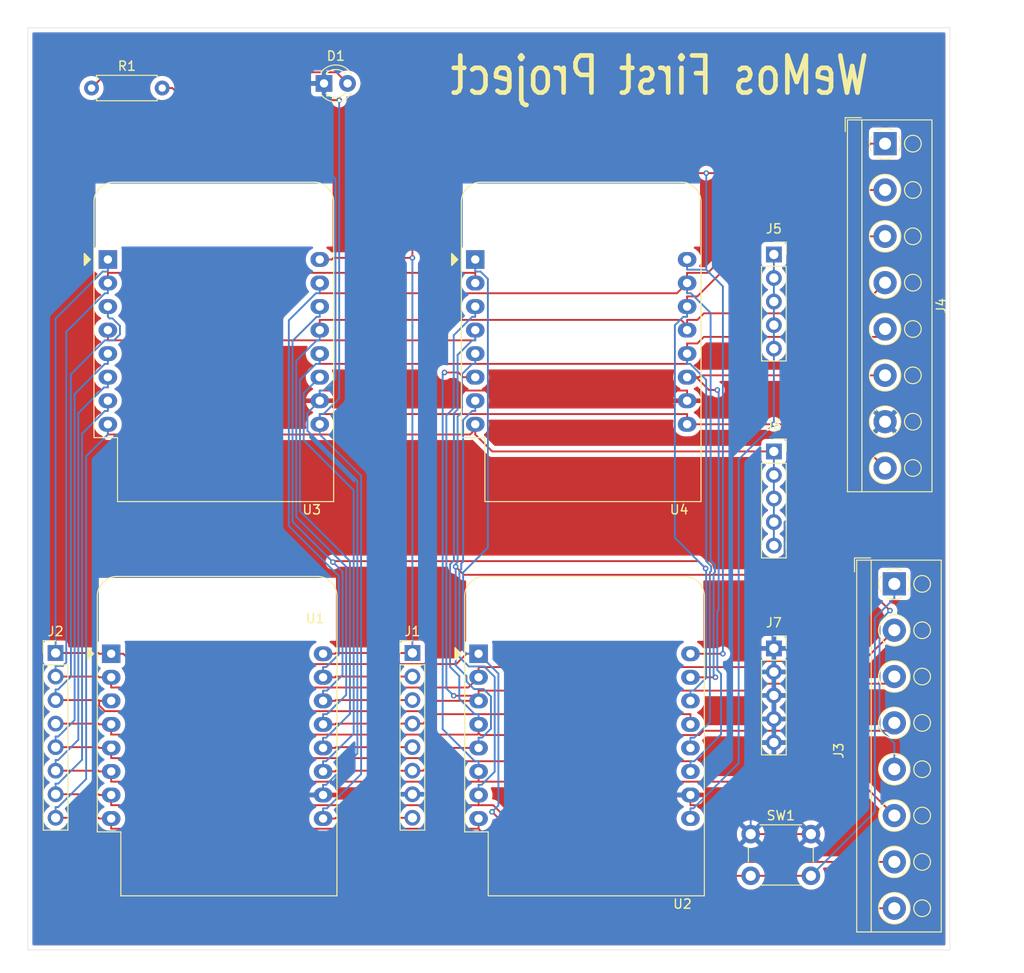
<source format=kicad_pcb>
(kicad_pcb (version 20240108) (generator "pcbnew") (generator_version "8.0")
  (layers (0 "F.Cu" signal) (31 "B.Cu" signal) (34 "B.Paste" user) (35 "F.Paste" user) (36 "B.SilkS" user "B.Silkscreen") (37 "F.SilkS" user "F.Silkscreen") (38 "B.Mask" user) (39 "F.Mask" user) (44 "Edge.Cuts" user))
  (net 0 "")
  (net 1 "Net-(D1-A)")
  (net 2 "GND")
  (net 3 "Net-(J1-Pin_4)")
  (net 4 "Net-(J1-Pin_8)")
  (net 5 "Net-(J1-Pin_3)")
  (net 6 "Net-(J1-Pin_2)")
  (net 7 "Net-(J1-Pin_6)")
  (net 8 "Net-(J1-Pin_5)")
  (net 9 "Net-(J1-Pin_1)")
  (net 10 "Net-(J2-Pin_6)")
  (net 11 "Net-(J2-Pin_7)")
  (net 12 "Net-(J2-Pin_1)")
  (net 13 "Net-(J2-Pin_2)")
  (net 14 "Net-(J2-Pin_5)")
  (net 15 "Net-(J2-Pin_3)")
  (net 16 "Net-(J2-Pin_4)")
  (net 17 "Net-(J2-Pin_8)")
  (footprint "LED_THT:LED_D3.0mm" (layer "F.Cu") (at 132.46 55.5)
    (property "Reference" "D1")
    (property "Value" "LED")
  )
  (footprint "RF_Module:WEMOS_D1_mini_light" (layer "F.Cu") (at 149.14 117.04)
    (property "Reference" "U2")
    (property "Value" "WEMOS_D1_mini")
  )
  (footprint "TerminalBlock_RND:TerminalBlock_RND_205-00007_1x08_P5.00mm_Horizontal" (layer "F.Cu") (at 193 62 -90)
    (property "Reference" "J4")
    (property "Value" "Conn_01x08_Pin R")
  )
  (footprint "RF_Module:WEMOS_D1_mini_light" (layer "F.Cu") (at 109.14 74.5)
    (property "Reference" "U3")
    (property "Value" "WEMOS_D1_mini")
  )
  (footprint "RF_Module:WEMOS_D1_mini_light" (layer "F.Cu") (at 148.78 74.5)
    (property "Reference" "U4")
    (property "Value" "WEMOS_D1_mini")
  )
  (footprint "Connector_PinHeader_2.54mm:PinHeader_1x08_P2.54mm_Vertical" (layer "F.Cu") (at 103.5 116.96)
    (property "Reference" "J2")
    (property "Value" "Conn_01x08_Pin L")
  )
  (footprint "Button_Switch_THT:SW_PUSH_6mm_H5mm" (layer "F.Cu") (at 178.5 136.5)
    (property "Reference" "SW1")
    (property "Value" "SW_Push")
  )
  (footprint "Connector_PinSocket_2.54mm:PinSocket_1x05_P2.54mm_Vertical" (layer "F.Cu") (at 181 116.46)
    (property "Reference" "J7")
    (property "Value" "Conn_01x05_Pin Gnd")
  )
  (footprint "Connector_PinSocket_2.54mm:PinSocket_1x05_P2.54mm_Vertical" (layer "F.Cu") (at 181 73.96)
    (property "Reference" "J5")
    (property "Value" "Conn_01x05_Pin 5V")
  )
  (footprint "Resistor_THT:R_Axial_DIN0207_L6.3mm_D2.5mm_P7.62mm_Horizontal" (layer "F.Cu") (at 107.38 56)
    (property "Reference" "R1")
    (property "Value" "R")
  )
  (footprint "TerminalBlock_RND:TerminalBlock_RND_205-00007_1x08_P5.00mm_Horizontal" (layer "F.Cu") (at 194 109.5 -90)
    (property "Reference" "J3")
    (property "Value" "Conn_01x08_Pin L")
  )
  (footprint "Connector_PinSocket_2.54mm:PinSocket_1x05_P2.54mm_Vertical" (layer "F.Cu") (at 181 95.21)
    (property "Reference" "J6")
    (property "Value" "Conn_01x05_Pin 3.3V")
  )
  (footprint "RF_Module:WEMOS_D1_mini_light" (layer "F.Cu") (at 109.5 117.04)
    (property "Reference" "U1")
    (property "Value" "WEMOS_D1_mini")
  )
  (footprint "Connector_PinHeader_2.54mm:PinHeader_1x08_P2.54mm_Vertical" (layer "F.Cu") (at 142 116.96)
    (property "Reference" "J1")
    (property "Value" "Conn_01x08_Pin R")
  )
  (gr_rect (start 100.5 49.5) (end 200 149) (stroke (width 0.05)) (fill none) (layer "Edge.Cuts"))
  (gr_text "WeMos First Project" (at 191.5 57 0) (layer "F.SilkS") (effects (font (size 4 3) (thickness 0.5) (bold yes)) (justify left bottom mirror)))
  (segment (start 133.7983 54.2983) (end 135 55.5) (width 0.2) (layer "F.Cu") (net 1))
  (segment (start 109.0817 54.2983) (end 133.7983 54.2983) (width 0.2) (layer "F.Cu") (net 1))
  (segment (start 107.38 56) (end 109.0817 54.2983) (width 0.2) (layer "F.Cu") (net 1))
  (segment (start 175.3817 133.3817) (end 172 133.3817) (width 0.2) (layer "F.Cu") (net 2))
  (segment (start 172 132.28) (end 172 133.3817) (width 0.2) (layer "F.Cu") (net 2))
  (segment (start 171.64 88.6383) (end 132 88.6383) (width 0.2) (layer "F.Cu") (net 2))
  (segment (start 132 89.74) (end 132 88.6383) (width 0.2) (layer "F.Cu") (net 2))
  (segment (start 185 136.5) (end 178.5 136.5) (width 0.2) (layer "F.Cu") (net 2))
  (segment (start 133.7417 132.2) (end 142 132.2) (width 0.2) (layer "F.Cu") (net 2))
  (segment (start 193 92) (end 190.74 89.74) (width 0.2) (layer "F.Cu") (net 2))
  (segment (start 133.6617 132.28) (end 133.7417 132.2) (width 0.2) (layer "F.Cu") (net 2))
  (segment (start 171.64 89.74) (end 171.64 88.6383) (width 0.2) (layer "F.Cu") (net 2))
  (segment (start 190.74 89.74) (end 171.64 89.74) (width 0.2) (layer "F.Cu") (net 2))
  (segment (start 132.36 132.28) (end 133.6617 132.28) (width 0.2) (layer "F.Cu") (net 2))
  (segment (start 178.5 136.5) (end 175.3817 133.3817) (width 0.2) (layer "F.Cu") (net 2))
  (segment (start 130.6707 92.98) (end 130.6707 91.0693) (width 0.2) (layer "B.Cu") (net 2))
  (segment (start 132.6883 131.1783) (end 136.0622 127.8044) (width 0.2) (layer "B.Cu") (net 2))
  (segment (start 136.0622 98.3715) (end 130.6707 92.98) (width 0.2) (layer "B.Cu") (net 2))
  (segment (start 132.4131 88.6383) (end 133.6988 87.3526) (width 0.2) (layer "B.Cu") (net 2))
  (segment (start 136.0622 127.8044) (end 136.0622 98.3715) (width 0.2) (layer "B.Cu") (net 2))
  (segment (start 182.1517 102.8483) (end 193 92) (width 0.2) (layer "B.Cu") (net 2))
  (segment (start 133.6988 65.7864) (end 132.46 64.5476) (width 0.2) (layer "B.Cu") (net 2))
  (segment (start 132 88.6383) (end 132.4131 88.6383) (width 0.2) (layer "B.Cu") (net 2))
  (segment (start 132 89.2064) (end 132 88.6383) (width 0.2) (layer "B.Cu") (net 2))
  (segment (start 181 124.08) (end 181 121.54) (width 0.2) (layer "B.Cu") (net 2))
  (segment (start 133.6988 87.3526) (end 133.6988 65.7864) (width 0.2) (layer "B.Cu") (net 2))
  (segment (start 181 116.46) (end 181 115.3083) (width 0.2) (layer "B.Cu") (net 2))
  (segment (start 182.1517 114.1566) (end 182.1517 102.8483) (width 0.2) (layer "B.Cu") (net 2))
  (segment (start 181 126.62) (end 181 127.7717) (width 0.2) (layer "B.Cu") (net 2))
  (segment (start 132 89.2064) (end 132 89.2957) (width 0.2) (layer "B.Cu") (net 2))
  (segment (start 132.36 132.28) (end 132.36 131.1783) (width 0.2) (layer "B.Cu") (net 2))
  (segment (start 132 89.6289) (end 132 89.74) (width 0.2) (layer "B.Cu") (net 2))
  (segment (start 181 126.62) (end 181 124.08) (width 0.2) (layer "B.Cu") (net 2))
  (segment (start 130.6707 91.0693) (end 132 89.74) (width 0.2) (layer "B.Cu") (net 2))
  (segment (start 132.36 131.1783) (end 132.6883 131.1783) (width 0.2) (layer "B.Cu") (net 2))
  (segment (start 181 121.54) (end 181 119) (width 0.2) (layer "B.Cu") (net 2))
  (segment (start 181 115.3083) (end 182.1517 114.1566) (width 0.2) (layer "B.Cu") (net 2))
  (segment (start 132.46 64.5476) (end 132.46 55.5) (width 0.2) (layer "B.Cu") (net 2))
  (segment (start 181 127.7717) (end 178.5 130.2717) (width 0.2) (layer "B.Cu") (net 2))
  (segment (start 181 119) (end 181 116.46) (width 0.2) (layer "B.Cu") (net 2))
  (segment (start 132 89.6289) (end 132 89.2957) (width 0.2) (layer "B.Cu") (net 2))
  (segment (start 178.5 130.2717) (end 178.5 136.5) (width 0.2) (layer "B.Cu") (net 2))
  (segment (start 171.64 82.12) (end 171.64 81.67) (width 0.2) (layer "F.Cu") (net 3))
  (segment (start 144.1734 123.5583) (end 172 123.5583) (width 0.2) (layer "F.Cu") (net 3))
  (segment (start 173.45 80.31) (end 172.7417 81.0183) (width 0.2) (layer "F.Cu") (net 3))
  (segment (start 170.9883 81.0183) (end 171.64 81.67) (width 0.2) (layer "F.Cu") (net 3))
  (segment (start 143.1517 124.58) (end 144.1734 123.5583) (width 0.2) (layer "F.Cu") (net 3))
  (segment (start 193 77) (end 189.69 80.31) (width 0.2) (layer "F.Cu") (net 3))
  (segment (start 132 81.0183) (end 170.9883 81.0183) (width 0.2) (layer "F.Cu") (net 3))
  (segment (start 189.69 80.31) (end 173.45 80.31) (width 0.2) (layer "F.Cu") (net 3))
  (segment (start 132 82.12) (end 132 81.0183) (width 0.2) (layer "F.Cu") (net 3))
  (segment (start 142 124.58) (end 143.1517 124.58) (width 0.2) (layer "F.Cu") (net 3))
  (segment (start 132.36 124.66) (end 133.6617 124.66) (width 0.2) (layer "F.Cu") (net 3))
  (segment (start 172.7417 81.0183) (end 171.64 81.0183) (width 0.2) (layer "F.Cu") (net 3))
  (segment (start 133.6617 124.66) (end 133.7417 124.58) (width 0.2) (layer "F.Cu") (net 3))
  (segment (start 171.64 81.67) (end 171.64 81.0183) (width 0.2) (layer "F.Cu") (net 3))
  (segment (start 133.7417 124.58) (end 142 124.58) (width 0.2) (layer "F.Cu") (net 3))
  (segment (start 172 124.66) (end 172 123.5583) (width 0.2) (layer "F.Cu") (net 3))
  (segment (start 129.4656 102.264) (end 129.4656 85.4298) (width 0.2) (layer "B.Cu") (net 3))
  (segment (start 131.6737 83.2217) (end 132 83.2217) (width 0.2) (layer "B.Cu") (net 3))
  (segment (start 134.8571 121.4743) (end 134.8571 107.6555) (width 0.2) (layer "B.Cu") (net 3))
  (segment (start 132 82.12) (end 132 83.2217) (width 0.2) (layer "B.Cu") (net 3))
  (segment (start 132.36 124.66) (end 132.36 123.5583) (width 0.2) (layer "B.Cu") (net 3))
  (segment (start 132.36 123.5583) (end 132.7731 123.5583) (width 0.2) (layer "B.Cu") (net 3))
  (segment (start 134.8571 107.6555) (end 129.4656 102.264) (width 0.2) (layer "B.Cu") (net 3))
  (segment (start 132.7731 123.5583) (end 134.8571 121.4743) (width 0.2) (layer "B.Cu") (net 3))
  (segment (start 129.4656 85.4298) (end 131.6737 83.2217) (width 0.2) (layer "B.Cu") (net 3))
  (segment (start 116.1017 56) (end 117.3994 57.2977) (width 0.2) (layer "F.Cu") (net 4))
  (segment (start 133.7417 134.74) (end 142 134.74) (width 0.2) (layer "F.Cu") (net 4))
  (segment (start 115 56) (end 116.1017 56) (width 0.2) (layer "F.Cu") (net 4))
  (segment (start 133.6617 134.82) (end 133.7417 134.74) (width 0.2) (layer "F.Cu") (net 4))
  (segment (start 132 92.28) (end 132 91.1783) (width 0.2) (layer "F.Cu") (net 4))
  (segment (start 117.3994 57.2977) (end 134.1005 57.2977) (width 0.2) (layer "F.Cu") (net 4))
  (segment (start 132.36 134.82) (end 133.6617 134.82) (width 0.2) (layer "F.Cu") (net 4))
  (segment (start 188.28 92.28) (end 193 97) (width 0.2) (layer "F.Cu") (net 4))
  (segment (start 171.64 92.28) (end 181 92.28) (width 0.2) (layer "F.Cu") (net 4))
  (segment (start 181 92.28) (end 188.28 92.28) (width 0.2) (layer "F.Cu") (net 4))
  (segment (start 132 91.1783) (end 171.64 91.1783) (width 0.2) (layer "F.Cu") (net 4))
  (segment (start 171.64 92.28) (end 171.64 91.1783) (width 0.2) (layer "F.Cu") (net 4))
  (via (at 181 92.28) (size 0.6) (drill 0.3) (layers "F.Cu" "B.Cu") (net 4))
  (via (at 134.1005 57.2977) (size 0.6) (drill 0.3) (layers "F.Cu" "B.Cu") (net 4))
  (segment (start 181 76.5) (end 181 73.96) (width 0.2) (layer "B.Cu") (net 4))
  (segment (start 181 84.12) (end 181 81.58) (width 0.2) (layer "B.Cu") (net 4))
  (segment (start 132 91.7464) (end 132 92.28) (width 0.2) (layer "B.Cu") (net 4))
  (segment (start 132 93.3817) (end 136.4639 97.8456) (width 0.2) (layer "B.Cu") (net 4))
  (segment (start 181 81.58) (end 181 79.04) (width 0.2) (layer "B.Cu") (net 4))
  (segment (start 181 84.12) (end 181 92.28) (width 0.2) (layer "B.Cu") (net 4))
  (segment (start 181 92.28) (end 177.1998 96.0802) (width 0.2) (layer "B.Cu") (net 4))
  (segment (start 177.1998 96.0802) (end 177.1998 128.8468) (width 0.2) (layer "B.Cu") (net 4))
  (segment (start 181 79.04) (end 181 76.5) (width 0.2) (layer "B.Cu") (net 4))
  (segment (start 177.1998 128.8468) (end 172.3283 133.7183) (width 0.2) (layer "B.Cu") (net 4))
  (segment (start 136.4639 97.8456) (end 136.4639 130.0275) (width 0.2) (layer "B.Cu") (net 4))
  (segment (start 172 134.82) (end 172 133.7183) (width 0.2) (layer "B.Cu") (net 4))
  (segment (start 132 91.1783) (end 132.4131 91.1783) (width 0.2) (layer "B.Cu") (net 4))
  (segment (start 136.4639 130.0275) (end 132.7731 133.7183) (width 0.2) (layer "B.Cu") (net 4))
  (segment (start 132 91.7464) (end 132 91.1783) (width 0.2) (layer "B.Cu") (net 4))
  (segment (start 172.3283 133.7183) (end 172 133.7183) (width 0.2) (layer "B.Cu") (net 4))
  (segment (start 134.1005 89.4909) (end 134.1005 57.2977) (width 0.2) (layer "B.Cu") (net 4))
  (segment (start 132 92.28) (end 132 93.3817) (width 0.2) (layer "B.Cu") (net 4))
  (segment (start 132.4131 91.1783) (end 134.1005 89.4909) (width 0.2) (layer "B.Cu") (net 4))
  (segment (start 132.7731 133.7183) (end 132.36 133.7183) (width 0.2) (layer "B.Cu") (net 4))
  (segment (start 132.36 134.82) (end 132.36 133.7183) (width 0.2) (layer "B.Cu") (net 4))
  (segment (start 193 72) (end 179.22 72) (width 0.2) (layer "F.Cu") (net 5))
  (segment (start 172.8445 107.0473) (end 173.6373 107.8401) (width 0.2) (layer "F.Cu") (net 5))
  (segment (start 132.36 122.12) (end 133.6617 122.12) (width 0.2) (layer "F.Cu") (net 5))
  (segment (start 133.4238 107.1516) (end 133.5281 107.0473) (width 0.2) (layer "F.Cu") (net 5))
  (segment (start 133.5281 107.0473) (end 172.8445 107.0473) (width 0.2) (layer "F.Cu") (net 5))
  (segment (start 179.22 72) (end 172.7417 78.4783) (width 0.2) (layer "F.Cu") (net 5))
  (segment (start 171.64 79.58) (end 171.64 78.4783) (width 0.2) (layer "F.Cu") (net 5))
  (segment (start 133.7417 122.04) (end 142 122.04) (width 0.2) (layer "F.Cu") (net 5))
  (segment (start 133.6617 122.12) (end 133.7417 122.04) (width 0.2) (layer "F.Cu") (net 5))
  (segment (start 172.7417 78.4783) (end 171.64 78.4783) (width 0.2) (layer "F.Cu") (net 5))
  (via (at 133.4238 107.1516) (size 0.6) (drill 0.3) (layers "F.Cu" "B.Cu") (net 5))
  (via (at 173.6373 107.8401) (size 0.6) (drill 0.3) (layers "F.Cu" "B.Cu") (net 5))
  (segment (start 173.6937 119.6529) (end 173.6937 107.8965) (width 0.2) (layer "B.Cu") (net 5))
  (segment (start 134.4554 119.336) (end 134.4554 108.1832) (width 0.2) (layer "B.Cu") (net 5))
  (segment (start 173.6937 107.8965) (end 173.6373 107.8401) (width 0.2) (layer "B.Cu") (net 5))
  (segment (start 172 122.12) (end 172 121.0183) (width 0.2) (layer "B.Cu") (net 5))
  (segment (start 134.4554 108.1832) (end 133.4238 107.1516) (width 0.2) (layer "B.Cu") (net 5))
  (segment (start 129.0639 83.2895) (end 131.6717 80.6817) (width 0.2) (layer "B.Cu") (net 5))
  (segment (start 132.7731 121.0183) (end 134.4554 119.336) (width 0.2) (layer "B.Cu") (net 5))
  (segment (start 171.2269 80.6817) (end 170.3196 81.589) (width 0.2) (layer "B.Cu") (net 5))
  (segment (start 129.0639 102.7917) (end 129.0639 83.2895) (width 0.2) (layer "B.Cu") (net 5))
  (segment (start 132 79.58) (end 132 80.6817) (width 0.2) (layer "B.Cu") (net 5))
  (segment (start 170.3196 81.589) (end 170.3196 104.5224) (width 0.2) (layer "B.Cu") (net 5))
  (segment (start 133.4238 107.1516) (end 129.0639 102.7917) (width 0.2) (layer "B.Cu") (net 5))
  (segment (start 172.3283 121.0183) (end 173.6937 119.6529) (width 0.2) (layer "B.Cu") (net 5))
  (segment (start 132.36 122.12) (end 132.36 121.0183) (width 0.2) (layer "B.Cu") (net 5))
  (segment (start 131.6717 80.6817) (end 132 80.6817) (width 0.2) (layer "B.Cu") (net 5))
  (segment (start 172 121.0183) (end 172.3283 121.0183) (width 0.2) (layer "B.Cu") (net 5))
  (segment (start 171.64 79.58) (end 171.64 80.6817) (width 0.2) (layer "B.Cu") (net 5))
  (segment (start 170.3196 104.5224) (end 173.6373 107.8401) (width 0.2) (layer "B.Cu") (net 5))
  (segment (start 132.36 121.0183) (end 132.7731 121.0183) (width 0.2) (layer "B.Cu") (net 5))
  (segment (start 171.64 80.6817) (end 171.2269 80.6817) (width 0.2) (layer "B.Cu") (net 5))
  (segment (start 170.5383 78.1417) (end 171.64 77.04) (width 0.2) (layer "F.Cu") (net 6))
  (segment (start 171.64 75.9383) (end 173.8775 75.9383) (width 0.2) (layer "F.Cu") (net 6))
  (segment (start 182.8158 67) (end 193 67) (width 0.2) (layer "F.Cu") (net 6))
  (segment (start 133.6617 119.58) (end 133.7417 119.5) (width 0.2) (layer "F.Cu") (net 6))
  (segment (start 132 78.1417) (end 170.5383 78.1417) (width 0.2) (layer "F.Cu") (net 6))
  (segment (start 171.64 76.0391) (end 171.64 75.9398) (width 0.2) (layer "F.Cu") (net 6))
  (segment (start 171.64 77.04) (end 171.64 76.0391) (width 0.2) (layer "F.Cu") (net 6))
  (segment (start 132 77.04) (end 132 78.1417) (width 0.2) (layer "F.Cu") (net 6))
  (segment (start 132.36 119.58) (end 133.6617 119.58) (width 0.2) (layer "F.Cu") (net 6))
  (segment (start 173.8775 75.9383) (end 182.8158 67) (width 0.2) (layer "F.Cu") (net 6))
  (segment (start 171.64 75.9398) (end 171.64 75.9383) (width 0.2) (layer "F.Cu") (net 6))
  (segment (start 172 119.58) (end 174.6972 119.58) (width 0.2) (layer "F.Cu") (net 6))
  (segment (start 133.7417 119.5) (end 142 119.5) (width 0.2) (layer "F.Cu") (net 6))
  (via (at 174.6972 119.58) (size 0.6) (drill 0.3) (layers "F.Cu" "B.Cu") (net 6))
  (segment (start 132.36 119.58) (end 132.36 118.4783) (width 0.2) (layer "B.Cu") (net 6))
  (segment (start 171.64 77.04) (end 171.64 78.1417) (width 0.2) (layer "B.Cu") (net 6))
  (segment (start 134.0534 117.1132) (end 132.6883 118.4783) (width 0.2) (layer "B.Cu") (net 6))
  (segment (start 174.1742 80.2628) (end 172.0531 78.1417) (width 0.2) (layer "B.Cu") (net 6))
  (segment (start 174.6407 108.2572) (end 174.6407 107.4246) (width 0.2) (layer "B.Cu") (net 6))
  (segment (start 174.4973 112.3198) (end 174.4973 108.4006) (width 0.2) (layer "B.Cu") (net 6))
  (segment (start 174.4971 119.3799) (end 174.4971 112.32) (width 0.2) (layer "B.Cu") (net 6))
  (segment (start 128.6622 81.0664) (end 128.6622 103.2554) (width 0.2) (layer "B.Cu") (net 6))
  (segment (start 132.6883 118.4783) (end 132.36 118.4783) (width 0.2) (layer "B.Cu") (net 6))
  (segment (start 128.6622 103.2554) (end 134.0534 108.6466) (width 0.2) (layer "B.Cu") (net 6))
  (segment (start 174.6407 107.4246) (end 174.1742 106.9581) (width 0.2) (layer "B.Cu") (net 6))
  (segment (start 174.6972 119.58) (end 174.4971 119.3799) (width 0.2) (layer "B.Cu") (net 6))
  (segment (start 134.0534 108.6466) (end 134.0534 117.1132) (width 0.2) (layer "B.Cu") (net 6))
  (segment (start 174.1742 106.9581) (end 174.1742 80.2628) (width 0.2) (layer "B.Cu") (net 6))
  (segment (start 174.4971 112.32) (end 174.4973 112.3198) (width 0.2) (layer "B.Cu") (net 6))
  (segment (start 174.4973 108.4006) (end 174.6407 108.2572) (width 0.2) (layer "B.Cu") (net 6))
  (segment (start 132 78.1417) (end 131.5869 78.1417) (width 0.2) (layer "B.Cu") (net 6))
  (segment (start 172.0531 78.1417) (end 171.64 78.1417) (width 0.2) (layer "B.Cu") (net 6))
  (segment (start 131.5869 78.1417) (end 128.6622 81.0664) (width 0.2) (layer "B.Cu") (net 6))
  (segment (start 132 77.04) (end 132 78.1417) (width 0.2) (layer "B.Cu") (net 6))
  (segment (start 133.7417 129.66) (end 133.6617 129.74) (width 0.2) (layer "F.Cu") (net 7))
  (segment (start 172 129.74) (end 172 128.6383) (width 0.2) (layer "F.Cu") (net 7))
  (segment (start 172.2909 87.2) (end 171.64 87.2) (width 0.2) (layer "F.Cu") (net 7))
  (segment (start 173.1417 87) (end 172.9417 87.2) (width 0.2) (layer "F.Cu") (net 7))
  (segment (start 172.6163 87.2) (end 173.9961 88.5798) (width 0.2) (layer "F.Cu") (net 7))
  (segment (start 132.36 129.74) (end 133.6617 129.74) (width 0.2) (layer "F.Cu") (net 7))
  (segment (start 142 129.66) (end 133.7417 129.66) (width 0.2) (layer "F.Cu") (net 7))
  (segment (start 173.9961 88.5798) (end 174.8988 88.5798) (width 0.2) (layer "F.Cu") (net 7))
  (segment (start 193 87) (end 173.1417 87) (width 0.2) (layer "F.Cu") (net 7))
  (segment (start 172 128.6383) (end 144.1734 128.6383) (width 0.2) (layer "F.Cu") (net 7))
  (segment (start 144.1734 128.6383) (end 143.1517 129.66) (width 0.2) (layer "F.Cu") (net 7))
  (segment (start 172.2909 87.2) (end 172.6163 87.2) (width 0.2) (layer "F.Cu") (net 7))
  (segment (start 172.6163 87.2) (end 172.9417 87.2) (width 0.2) (layer "F.Cu") (net 7))
  (segment (start 142 129.66) (end 143.1517 129.66) (width 0.2) (layer "F.Cu") (net 7))
  (via (at 174.8988 88.5798) (size 0.6) (drill 0.3) (layers "F.Cu" "B.Cu") (net 7))
  (segment (start 174.8988 118.8132) (end 174.8988 112.4863) (width 0.2) (layer "B.Cu") (net 7))
  (segment (start 175.0424 112.3427) (end 175.0424 88.7234) (width 0.2) (layer "B.Cu") (net 7))
  (segment (start 175.2989 125.7525) (end 175.2989 119.2133) (width 0.2) (layer "B.Cu") (net 7))
  (segment (start 132.6863 128.6383) (end 135.6605 125.6641) (width 0.2) (layer "B.Cu") (net 7))
  (segment (start 172 129.74) (end 172 128.6383) (width 0.2) (layer "B.Cu") (net 7))
  (segment (start 135.6605 99.3974) (end 130.269 94.0059) (width 0.2) (layer "B.Cu") (net 7))
  (segment (start 172 128.6383) (end 172.4131 128.6383) (width 0.2) (layer "B.Cu") (net 7))
  (segment (start 172.4131 128.6383) (end 175.2989 125.7525) (width 0.2) (layer "B.Cu") (net 7))
  (segment (start 135.6605 125.6641) (end 135.6605 99.3974) (width 0.2) (layer "B.Cu") (net 7))
  (segment (start 175.2989 119.2133) (end 174.8988 118.8132) (width 0.2) (layer "B.Cu") (net 7))
  (segment (start 175.0424 88.7234) (end 174.8988 88.5798) (width 0.2) (layer "B.Cu") (net 7))
  (segment (start 132.36 128.6383) (end 132.6863 128.6383) (width 0.2) (layer "B.Cu") (net 7))
  (segment (start 130.269 88.931) (end 132 87.2) (width 0.2) (layer "B.Cu") (net 7))
  (segment (start 174.8988 112.4863) (end 175.0424 112.3427) (width 0.2) (layer "B.Cu") (net 7))
  (segment (start 132.36 129.74) (end 132.36 128.6383) (width 0.2) (layer "B.Cu") (net 7))
  (segment (start 130.269 94.0059) (end 130.269 88.931) (width 0.2) (layer "B.Cu") (net 7))
  (segment (start 132.36 127.2) (end 133.6617 127.2) (width 0.2) (layer "F.Cu") (net 8))
  (segment (start 171.64 84.21) (end 171.64 84.66) (width 0.2) (layer "F.Cu") (net 8))
  (segment (start 172.7417 83.5583) (end 171.64 83.5583) (width 0.2) (layer "F.Cu") (net 8))
  (segment (start 133.7417 127.12) (end 142 127.12) (width 0.2) (layer "F.Cu") (net 8))
  (segment (start 171.64 85.7617) (end 132 85.7617) (width 0.2) (layer "F.Cu") (net 8))
  (segment (start 173.45 82.85) (end 172.7417 83.5583) (width 0.2) (layer "F.Cu") (net 8))
  (segment (start 192.15 82.85) (end 173.45 82.85) (width 0.2) (layer "F.Cu") (net 8))
  (segment (start 171.64 84.21) (end 171.64 83.5583) (width 0.2) (layer "F.Cu") (net 8))
  (segment (start 133.6617 127.2) (end 133.7417 127.12) (width 0.2) (layer "F.Cu") (net 8))
  (segment (start 132 84.66) (end 132 85.7617) (width 0.2) (layer "F.Cu") (net 8))
  (segment (start 171.64 84.66) (end 171.64 85.7617) (width 0.2) (layer "F.Cu") (net 8))
  (segment (start 193 82) (end 192.15 82.85) (width 0.2) (layer "F.Cu") (net 8))
  (segment (start 174.239 108.0909) (end 174.239 107.5909) (width 0.2) (layer "B.Cu") (net 8))
  (segment (start 132 84.66) (end 132 85.7617) (width 0.2) (layer "B.Cu") (net 8))
  (segment (start 174.0954 108.2345) (end 174.239 108.0909) (width 0.2) (layer "B.Cu") (net 8))
  (segment (start 173.8864 107.2384) (end 173.6937 107.0457) (width 0.2) (layer "B.Cu") (net 8))
  (segment (start 174.239 107.5909) (end 173.8865 107.2384) (width 0.2) (layer "B.Cu") (net 8))
  (segment (start 173.8865 107.2384) (end 173.8864 107.2384) (width 0.2) (layer "B.Cu") (net 8))
  (segment (start 129.8673 101.6439) (end 129.8673 87.4833) (width 0.2) (layer "B.Cu") (net 8))
  (segment (start 171.9684 85.7617) (end 171.64 85.7617) (width 0.2) (layer "B.Cu") (net 8))
  (segment (start 132.36 126.0983) (end 132.6863 126.0983) (width 0.2) (layer "B.Cu") (net 8))
  (segment (start 174.0954 124.416) (end 174.0954 108.2345) (width 0.2) (layer "B.Cu") (net 8))
  (segment (start 172 126.0983) (end 172.4131 126.0983) (width 0.2) (layer "B.Cu") (net 8))
  (segment (start 135.2588 107.0354) (end 129.8673 101.6439) (width 0.2) (layer "B.Cu") (net 8))
  (segment (start 129.8673 87.4833) (end 131.5889 85.7617) (width 0.2) (layer "B.Cu") (net 8))
  (segment (start 132.36 127.2) (end 132.36 126.0983) (width 0.2) (layer "B.Cu") (net 8))
  (segment (start 131.5889 85.7617) (end 132 85.7617) (width 0.2) (layer "B.Cu") (net 8))
  (segment (start 172.4131 126.0983) (end 174.0954 124.416) (width 0.2) (layer "B.Cu") (net 8))
  (segment (start 171.64 84.66) (end 171.64 85.7617) (width 0.2) (layer "B.Cu") (net 8))
  (segment (start 173.6937 107.0457) (end 173.6937 87.487) (width 0.2) (layer "B.Cu") (net 8))
  (segment (start 173.6937 87.487) (end 171.9684 85.7617) (width 0.2) (layer "B.Cu") (net 8))
  (segment (start 135.2588 123.5258) (end 135.2588 107.0354) (width 0.2) (layer "B.Cu") (net 8))
  (segment (start 172 127.2) (end 172 126.0983) (width 0.2) (layer "B.Cu") (net 8))
  (segment (start 132.6863 126.0983) (end 135.2588 123.5258) (width 0.2) (layer "B.Cu") (net 8))
  (segment (start 173.7067 65.1802) (end 148.0771 65.1802) (width 0.2) (layer "F.Cu") (net 9))
  (segment (start 142 71.2573) (end 142 74.3238) (width 0.2) (layer "F.Cu") (net 9))
  (segment (start 133.7417 116.96) (end 142 116.96) (width 0.2) (layer "F.Cu") (net 9))
  (segment (start 148.0771 65.1802) (end 142 71.2573) (width 0.2) (layer "F.Cu") (net 9))
  (segment (start 133.4779 74.3238) (end 142 74.3238) (width 0.2) (layer "F.Cu") (net 9))
  (segment (start 191.4483 62) (end 188.2681 65.1802) (width 0.2) (layer "F.Cu") (net 9))
  (segment (start 132 74.5) (end 133.3017 74.5) (width 0.2) (layer "F.Cu") (net 9))
  (segment (start 133.3017 74.5) (end 133.4779 74.3238) (width 0.2) (layer "F.Cu") (net 9))
  (segment (start 172 117.04) (end 175.5006 117.04) (width 0.2) (layer "F.Cu") (net 9))
  (segment (start 133.6617 117.04) (end 133.7417 116.96) (width 0.2) (layer "F.Cu") (net 9))
  (segment (start 132.36 117.04) (end 133.6617 117.04) (width 0.2) (layer "F.Cu") (net 9))
  (segment (start 193 62) (end 191.4483 62) (width 0.2) (layer "F.Cu") (net 9))
  (segment (start 188.2681 65.1802) (end 173.7067 65.1802) (width 0.2) (layer "F.Cu") (net 9))
  (via (at 175.5006 117.04) (size 0.6) (drill 0.3) (layers "F.Cu" "B.Cu") (net 9))
  (via (at 173.7067 65.1802) (size 0.6) (drill 0.3) (layers "F.Cu" "B.Cu") (net 9))
  (via (at 142 74.3238) (size 0.6) (drill 0.3) (layers "F.Cu" "B.Cu") (net 9))
  (segment (start 173.7067 75.6017) (end 175.5006 77.3956) (width 0.2) (layer "B.Cu") (net 9))
  (segment (start 142 116.96) (end 142 74.3238) (width 0.2) (layer "B.Cu") (net 9))
  (segment (start 171.64 74.5) (end 171.64 75.6017) (width 0.2) (layer "B.Cu") (net 9))
  (segment (start 173.7067 75.6017) (end 173.7067 65.1802) (width 0.2) (layer "B.Cu") (net 9))
  (segment (start 175.5006 77.3956) (end 175.5006 117.04) (width 0.2) (layer "B.Cu") (net 9))
  (segment (start 173.7067 75.6017) (end 171.64 75.6017) (width 0.2) (layer "B.Cu") (net 9))
  (segment (start 108.9664 129.74) (end 108.1983 129.74) (width 0.2) (layer "F.Cu") (net 10))
  (segment (start 108.9664 129.74) (end 109.5 129.74) (width 0.2) (layer "F.Cu") (net 10))
  (segment (start 149.14 130.8417) (end 109.5 130.8417) (width 0.2) (layer "F.Cu") (net 10))
  (segment (start 108.1183 129.66) (end 108.1983 129.74) (width 0.2) (layer "F.Cu") (net 10))
  (segment (start 147.4783 87.2) (end 146.9689 86.6906) (width 0.2) (layer "F.Cu") (net 10))
  (segment (start 103.5 129.66) (end 108.1183 129.66) (width 0.2) (layer "F.Cu") (net 10))
  (segment (start 149.14 129.74) (end 149.14 130.8417) (width 0.2) (layer "F.Cu") (net 10))
  (segment (start 109.5 129.74) (end 109.5 130.8417) (width 0.2) (layer "F.Cu") (net 10))
  (segment (start 194 134.5) (end 190.3417 130.8417) (width 0.2) (layer "F.Cu") (net 10))
  (segment (start 146.9689 86.6906) (end 145.4627 86.6906) (width 0.2) (layer "F.Cu") (net 10))
  (segment (start 190.3417 130.8417) (end 149.14 130.8417) (width 0.2) (layer "F.Cu") (net 10))
  (segment (start 148.78 87.2) (end 147.4783 87.2) (width 0.2) (layer "F.Cu") (net 10))
  (via (at 145.4627 86.6906) (size 0.6) (drill 0.3) (layers "F.Cu" "B.Cu") (net 10))
  (segment (start 149.14 129.74) (end 149.14 128.6383) (width 0.2) (layer "B.Cu") (net 10))
  (segment (start 145.2627 125.1741) (end 148.7269 128.6383) (width 0.2) (layer "B.Cu") (net 10))
  (segment (start 109.14 87.2) (end 109.14 88.3017) (width 0.2) (layer "B.Cu") (net 10))
  (segment (start 103.7685 128.5083) (end 105.9521 126.3247) (width 0.2) (layer "B.Cu") (net 10))
  (segment (start 103.5 129.66) (end 103.5 128.5083) (width 0.2) (layer "B.Cu") (net 10))
  (segment (start 105.9521 91.0765) (end 108.7269 88.3017) (width 0.2) (layer "B.Cu") (net 10))
  (segment (start 108.7269 88.3017) (end 109.14 88.3017) (width 0.2) (layer "B.Cu") (net 10))
  (segment (start 145.4627 86.6906) (end 145.2627 86.8906) (width 0.2) (layer "B.Cu") (net 10))
  (segment (start 148.7269 128.6383) (end 149.14 128.6383) (width 0.2) (layer "B.Cu") (net 10))
  (segment (start 145.2627 86.8906) (end 145.2627 125.1741) (width 0.2) (layer "B.Cu") (net 10))
  (segment (start 103.5 128.5083) (end 103.7685 128.5083) (width 0.2) (layer "B.Cu") (net 10))
  (segment (start 105.9521 126.3247) (end 105.9521 91.0765) (width 0.2) (layer "B.Cu") (net 10))
  (segment (start 103.5 132.2) (end 108.1183 132.2) (width 0.2) (layer "F.Cu") (net 11))
  (segment (start 150.7248 133.3817) (end 149.14 133.3817) (width 0.2) (layer "F.Cu") (net 11))
  (segment (start 149.14 133.3817) (end 109.5 133.3817) (width 0.2) (layer "F.Cu") (net 11))
  (segment (start 194 139.5) (end 156.8431 139.5) (width 0.2) (layer "F.Cu") (net 11))
  (segment (start 156.8431 139.5) (end 150.7248 133.3817) (width 0.2) (layer "F.Cu") (net 11))
  (segment (start 108.8492 132.28) (end 108.1983 132.28) (width 0.2) (layer "F.Cu") (net 11))
  (segment (start 149.14 132.28) (end 149.14 133.3817) (width 0.2) (layer "F.Cu") (net 11))
  (segment (start 109.5 132.28) (end 109.5 133.3817) (width 0.2) (layer "F.Cu") (net 11))
  (segment (start 108.1183 132.2) (end 108.1983 132.28) (width 0.2) (layer "F.Cu") (net 11))
  (segment (start 108.8492 132.28) (end 109.5 132.28) (width 0.2) (layer "F.Cu") (net 11))
  (segment (start 148.4481 90.8417) (end 148.78 90.8417) (width 0.2) (layer "B.Cu") (net 11))
  (segment (start 103.5 131.0483) (end 103.7879 131.0483) (width 0.2) (layer "B.Cu") (net 11))
  (segment (start 147.4712 91.8186) (end 148.4481 90.8417) (width 0.2) (layer "B.Cu") (net 11))
  (segment (start 147.0695 117.401) (end 147.0695 108.0982) (width 0.2) (layer "B.Cu") (net 11))
  (segment (start 147.2695 107.3998) (end 147.2655 107.3958) (width 0.2) (layer "B.Cu") (net 11))
  (segment (start 147.2695 107.8982) (end 147.2695 107.3998) (width 0.2) (layer "B.Cu") (net 11))
  (segment (start 149.14 131.1783) (end 149.4683 131.1783) (width 0.2) (layer "B.Cu") (net 11))
  (segment (start 106.3538 128.4824) (end 106.3538 93.2996) (width 0.2) (layer "B.Cu") (net 11))
  (segment (start 149.7503 118.41) (end 148.0785 118.41) (width 0.2) (layer "B.Cu") (net 11))
  (segment (start 147.4712 107.1075) (end 147.4712 91.8186) (width 0.2) (layer "B.Cu") (net 11))
  (segment (start 147.2655 107.3132) (end 147.4712 107.1075) (width 0.2) (layer "B.Cu") (net 11))
  (segment (start 147.2655 107.3958) (end 147.2655 107.3132) (width 0.2) (layer "B.Cu") (net 11))
  (segment (start 148.0785 118.41) (end 147.0695 117.401) (width 0.2) (layer "B.Cu") (net 11))
  (segment (start 148.78 89.74) (end 148.78 90.8417) (width 0.2) (layer "B.Cu") (net 11))
  (segment (start 149.4683 131.1783) (end 150.8763 129.7703) (width 0.2) (layer "B.Cu") (net 11))
  (segment (start 103.7879 131.0483) (end 106.3538 128.4824) (width 0.2) (layer "B.Cu") (net 11))
  (segment (start 108.8117 90.8417) (end 109.14 90.8417) (width 0.2) (layer "B.Cu") (net 11))
  (segment (start 149.14 132.28) (end 149.14 131.1783) (width 0.2) (layer "B.Cu") (net 11))
  (segment (start 147.0695 108.0982) (end 147.2695 107.8982) (width 0.2) (layer "B.Cu") (net 11))
  (segment (start 150.8763 119.536) (end 149.7503 118.41) (width 0.2) (layer "B.Cu") (net 11))
  (segment (start 150.8763 129.7703) (end 150.8763 119.536) (width 0.2) (layer "B.Cu") (net 11))
  (segment (start 103.5 132.2) (end 103.5 131.0483) (width 0.2) (layer "B.Cu") (net 11))
  (segment (start 106.3538 93.2996) (end 108.8117 90.8417) (width 0.2) (layer "B.Cu") (net 11))
  (segment (start 109.14 89.74) (end 109.14 90.8417) (width 0.2) (layer "B.Cu") (net 11))
  (segment (start 185 141) (end 178.5 141) (width 0.2) (layer "F.Cu") (net 12))
  (segment (start 103.5 116.96) (end 108.1183 116.96) (width 0.2) (layer "F.Cu") (net 12))
  (segment (start 157.4922 141) (end 150.5905 134.0983) (width 0.2) (layer "F.Cu") (net 12))
  (segment (start 178.5 141) (end 157.4922 141) (width 0.2) (layer "F.Cu") (net 12))
  (segment (start 111.9129 118.1512) (end 110.8017 117.04) (width 0.2) (layer "F.Cu") (net 12))
  (segment (start 108.1183 116.96) (end 108.1983 117.04) (width 0.2) (layer "F.Cu") (net 12))
  (segment (start 109.5 117.04) (end 110.8017 117.04) (width 0.2) (layer "F.Cu") (net 12))
  (segment (start 147.8383 117.04) (end 146.7271 118.1512) (width 0.2) (layer "F.Cu") (net 12))
  (segment (start 146.7271 118.1512) (end 111.9129 118.1512) (width 0.2) (layer "F.Cu") (net 12))
  (segment (start 149.14 117.04) (end 147.8383 117.04) (width 0.2) (layer "F.Cu") (net 12))
  (segment (start 109.5 117.04) (end 108.1983 117.04) (width 0.2) (layer "F.Cu") (net 12))
  (via (at 150.5905 134.0983) (size 0.6) (drill 0.3) (layers "F.Cu" "B.Cu") (net 12))
  (segment (start 151.278 119.178) (end 149.14 117.04) (width 0.2) (layer "B.Cu") (net 12))
  (segment (start 194 111.0517) (end 191.9001 113.1516) (width 0.2) (layer "B.Cu") (net 12))
  (segment (start 150.1415 105.5942) (end 150.1415 76.5937) (width 0.2) (layer "B.Cu") (net 12))
  (segment (start 147.4712 116.6729) (end 147.4712 108.2645) (width 0.2) (layer "B.Cu") (net 12))
  (segment (start 108.5705 75.8017) (end 109.14 75.8017) (width 0.2) (layer "B.Cu") (net 12))
  (segment (start 191.9001 134.0999) (end 185 141) (width 0.2) (layer "B.Cu") (net 12))
  (segment (start 150.5905 134.0983) (end 151.278 133.4108) (width 0.2) (layer "B.Cu") (net 12))
  (segment (start 149.14 117.04) (end 147.8383 117.04) (width 0.2) (layer "B.Cu") (net 12))
  (segment (start 149.3495 75.8017) (end 148.78 75.8017) (width 0.2) (layer "B.Cu") (net 12))
  (segment (start 151.278 133.4108) (end 151.278 119.178) (width 0.2) (layer "B.Cu") (net 12))
  (segment (start 148.78 74.5) (end 148.78 75.8017) (width 0.2) (layer "B.Cu") (net 12))
  (segment (start 103.5 116.96) (end 103.5 80.8722) (width 0.2) (layer "B.Cu") (net 12))
  (segment (start 150.1415 76.5937) (end 149.3495 75.8017) (width 0.2) (layer "B.Cu") (net 12))
  (segment (start 194 109.5) (end 194 111.0517) (width 0.2) (layer "B.Cu") (net 12))
  (segment (start 147.8383 117.04) (end 147.4712 116.6729) (width 0.2) (layer "B.Cu") (net 12))
  (segment (start 109.14 74.5) (end 109.14 75.8017) (width 0.2) (layer "B.Cu") (net 12))
  (segment (start 147.4712 108.2645) (end 150.1415 105.5942) (width 0.2) (layer "B.Cu") (net 12))
  (segment (start 191.9001 113.1516) (end 191.9001 134.0999) (width 0.2) (layer "B.Cu") (net 12))
  (segment (start 103.5 80.8722) (end 108.5705 75.8017) (width 0.2) (layer "B.Cu") (net 12))
  (segment (start 109.5 119.58) (end 109.5 120.6817) (width 0.2) (layer "F.Cu") (net 13))
  (segment (start 194 114.5) (end 190.6786 117.8214) (width 0.2) (layer "F.Cu") (net 13))
  (segment (start 180.1686 117.8214) (end 179.5117 118.4783) (width 0.2) (layer "F.Cu") (net 13))
  (segment (start 109.14 77.04) (end 109.14 75.9383) (width 0.2) (layer "F.Cu") (net 13))
  (segment (start 103.5 119.5) (end 108.1183 119.5) (width 0.2) (layer "F.Cu") (net 13))
  (segment (start 108.8492 119.58) (end 109.5 119.58) (width 0.2) (layer "F.Cu") (net 13))
  (segment (start 179.5117 118.4783) (end 149.14 118.4783) (width 0.2) (layer "F.Cu") (net 13))
  (segment (start 108.8492 119.58) (end 108.1983 119.58) (width 0.2) (layer "F.Cu") (net 13))
  (segment (start 108.1183 119.5) (end 108.1983 119.58) (width 0.2) (layer "F.Cu") (net 13))
  (segment (start 148.78 75.9383) (end 109.14 75.9383) (width 0.2) (layer "F.Cu") (net 13))
  (segment (start 148.78 77.04) (end 148.78 75.9383) (width 0.2) (layer "F.Cu") (net 13))
  (segment (start 109.5 120.6817) (end 148.0383 120.6817) (width 0.2) (layer "F.Cu") (net 13))
  (segment (start 148.0383 120.6817) (end 149.14 119.58) (width 0.2) (layer "F.Cu") (net 13))
  (segment (start 190.6786 117.8214) (end 180.1686 117.8214) (width 0.2) (layer "F.Cu") (net 13))
  (segment (start 149.14 119.58) (end 149.14 118.4783) (width 0.2) (layer "F.Cu") (net 13))
  (segment (start 109.14 78.1417) (end 108.8202 78.1417) (width 0.2) (layer "B.Cu") (net 13))
  (segment (start 103.5 119.5) (end 103.5 118.3483) (width 0.2) (layer "B.Cu") (net 13))
  (segment (start 109.14 77.04) (end 109.14 78.1417) (width 0.2) (layer "B.Cu") (net 13))
  (segment (start 104.2918 118.3483) (end 103.5 118.3483) (width 0.2) (layer "B.Cu") (net 13))
  (segment (start 108.8202 78.1417) (end 104.6517 82.3102) (width 0.2) (layer "B.Cu") (net 13))
  (segment (start 104.6517 117.9884) (end 104.2918 118.3483) (width 0.2) (layer "B.Cu") (net 13))
  (segment (start 104.6517 82.3102) (end 104.6517 117.9884) (width 0.2) (layer "B.Cu") (net 13))
  (segment (start 108.8492 127.2) (end 108.1983 127.2) (width 0.2) (layer "F.Cu") (net 14))
  (segment (start 103.5 127.12) (end 108.1183 127.12) (width 0.2) (layer "F.Cu") (net 14))
  (segment (start 149.14 127.2) (end 144.4964 127.2) (width 0.2) (layer "F.Cu") (net 14))
  (segment (start 144.4964 127.2) (end 143.3947 128.3017) (width 0.2) (layer "F.Cu") (net 14))
  (segment (start 147.5389 108.5201) (end 189.6679 108.5201) (width 0.2) (layer "F.Cu") (net 14))
  (segment (start 109.5 127.2) (end 109.5 128.3017) (width 0.2) (layer "F.Cu") (net 14))
  (segment (start 108.1183 127.12) (end 108.1983 127.2) (width 0.2) (layer "F.Cu") (net 14))
  (segment (start 189.6679 108.5201) (end 193.5316 112.3838) (width 0.2) (layer "F.Cu") (net 14))
  (segment (start 146.6678 107.649) (end 147.5389 108.5201) (width 0.2) (layer "F.Cu") (net 14))
  (segment (start 143.3947 128.3017) (end 109.5 128.3017) (width 0.2) (layer "F.Cu") (net 14))
  (segment (start 108.8492 127.2) (end 109.5 127.2) (width 0.2) (layer "F.Cu") (net 14))
  (via (at 146.6678 107.649) (size 0.6) (drill 0.3) (layers "F.Cu" "B.Cu") (net 14))
  (via (at 193.5316 112.3838) (size 0.6) (drill 0.3) (layers "F.Cu" "B.Cu") (net 14))
  (segment (start 194 126.6944) (end 194 129.5) (width 0.2) (layer "B.Cu") (net 14))
  (segment (start 103.5 125.9683) (end 103.788 125.9683) (width 0.2) (layer "B.Cu") (net 14))
  (segment (start 146.6678 107.649) (end 146.6678 107.3429) (width 0.2) (layer "B.Cu") (net 14))
  (segment (start 147.8383 120.0386) (end 147.8383 119.4653) (width 0.2) (layer "B.Cu") (net 14))
  (segment (start 103.788 125.9683) (end 105.5504 124.2059) (width 0.2) (layer "B.Cu") (net 14))
  (segment (start 109.14 84.66) (end 109.14 85.7617) (width 0.2) (layer "B.Cu") (net 14))
  (segment (start 148.78 84.66) (end 148.78 85.7617) (width 0.2) (layer "B.Cu") (net 14))
  (segment (start 146.8766 91.4472) (end 147.3402 90.9836) (width 0.2) (layer "B.Cu") (net 14))
  (segment (start 103.5 127.12) (end 103.5 125.9683) (width 0.2) (layer "B.Cu") (net 14))
  (segment (start 105.5504 124.2059) (end 105.5504 89.023) (width 0.2) (layer "B.Cu") (net 14))
  (segment (start 149.14 127.2) (end 149.14 126.0983) (width 0.2) (layer "B.Cu") (net 14))
  (segment (start 147.3402 90.9836) (end 147.3402 86.8732) (width 0.2) (layer "B.Cu") (net 14))
  (segment (start 108.8117 85.7617) (end 109.14 85.7617) (width 0.2) (layer "B.Cu") (net 14))
  (segment (start 146.8766 107.1341) (end 146.8766 91.4472) (width 0.2) (layer "B.Cu") (net 14))
  (segment (start 148.4517 85.7617) (end 148.78 85.7617) (width 0.2) (layer "B.Cu") (net 14))
  (segment (start 192.4018 113.5136) (end 192.4018 125.0962) (width 0.2) (layer "B.Cu") (net 14))
  (segment (start 149.14 126.0983) (end 149.5017 126.0983) (width 0.2) (layer "B.Cu") (net 14))
  (segment (start 150.4746 121.6534) (end 149.6712 120.85) (width 0.2) (layer "B.Cu") (net 14))
  (segment (start 149.6712 120.85) (end 148.6497 120.85) (width 0.2) (layer "B.Cu") (net 14))
  (segment (start 149.5017 126.0983) (end 150.4746 125.1254) (width 0.2) (layer "B.Cu") (net 14))
  (segment (start 193.5316 112.3838) (end 192.4018 113.5136) (width 0.2) (layer "B.Cu") (net 14))
  (segment (start 147.3402 86.8732) (end 148.4517 85.7617) (width 0.2) (layer "B.Cu") (net 14))
  (segment (start 150.4746 125.1254) (end 150.4746 121.6534) (width 0.2) (layer "B.Cu") (net 14))
  (segment (start 146.6678 118.2948) (end 146.6678 107.649) (width 0.2) (layer "B.Cu") (net 14))
  (segment (start 146.6678 107.3429) (end 146.8766 107.1341) (width 0.2) (layer "B.Cu") (net 14))
  (segment (start 105.5504 89.023) (end 108.8117 85.7617) (width 0.2) (layer "B.Cu") (net 14))
  (segment (start 192.4018 125.0962) (end 194 126.6944) (width 0.2) (layer "B.Cu") (net 14))
  (segment (start 148.6497 120.85) (end 147.8383 120.0386) (width 0.2) (layer "B.Cu") (net 14))
  (segment (start 147.8383 119.4653) (end 146.6678 118.2948) (width 0.2) (layer "B.Cu") (net 14))
  (segment (start 108.8492 122.12) (end 109.5 122.12) (width 0.2) (layer "F.Cu") (net 15))
  (segment (start 194 119.5) (end 193.23 120.27) (width 0.2) (layer "F.Cu") (net 15))
  (segment (start 149.14 121.5691) (end 149.14 121.0183) (width 0.2) (layer "F.Cu") (net 15))
  (segment (start 180.26 120.27) (end 179.5117 121.0183) (width 0.2) (layer "F.Cu") (net 15))
  (segment (start 108.8492 122.12) (end 108.1983 122.12) (width 0.2) (layer "F.Cu") (net 15))
  (segment (start 108.8145 123.234) (end 143.0743 123.234) (width 0.2) (layer "F.Cu") (net 15))
  (segment (start 103.5 122.04) (end 108.1183 122.04) (width 0.2) (layer "F.Cu") (net 15))
  (segment (start 144.1883 122.12) (end 149.14 122.12) (width 0.2) (layer "F.Cu") (net 15))
  (segment (start 108.1983 122.6178) (end 108.8145 123.234) (width 0.2) (layer "F.Cu") (net 15))
  (segment (start 108.1183 122.04) (end 108.1983 122.12) (width 0.2) (layer "F.Cu") (net 15))
  (segment (start 143.0743 123.234) (end 144.1883 122.12) (width 0.2) (layer "F.Cu") (net 15))
  (segment (start 193.23 120.27) (end 180.26 120.27) (width 0.2) (layer "F.Cu") (net 15))
  (segment (start 108.1983 122.12) (end 108.1983 122.6178) (width 0.2) (layer "F.Cu") (net 15))
  (segment (start 149.14 122.12) (end 149.14 121.5691) (width 0.2) (layer "F.Cu") (net 15))
  (segment (start 149.14 121.5691) (end 146.4552 121.5691) (width 0.2) (layer "F.Cu") (net 15))
  (segment (start 179.5117 121.0183) (end 149.14 121.0183) (width 0.2) (layer "F.Cu") (net 15))
  (via (at 146.4552 121.5691) (size 0.6) (drill 0.3) (layers "F.Cu" "B.Cu") (net 15))
  (segment (start 146.4552 90.5324) (end 145.6644 91.3232) (width 0.2) (layer "B.Cu") (net 15))
  (segment (start 145.6644 120.7783) (end 146.4552 121.5691) (width 0.2) (layer "B.Cu") (net 15))
  (segment (start 103.5 122.04) (end 103.5 120.8883) (width 0.2) (layer "B.Cu") (net 15))
  (segment (start 105.1487 86.8846) (end 105.1487 119.5081) (width 0.2) (layer "B.Cu") (net 15))
  (segment (start 146.4552 82.6782) (end 146.4552 90.5324) (width 0.2) (layer "B.Cu") (net 15))
  (segment (start 109.3102 80.852) (end 109.6301 80.852) (width 0.2) (layer "B.Cu") (net 15))
  (segment (start 108.8116 83.2217) (end 105.1487 86.8846) (width 0.2) (layer "B.Cu") (net 15))
  (segment (start 109.6301 80.852) (end 110.4417 81.6636) (width 0.2) (layer "B.Cu") (net 15))
  (segment (start 109.14 79.58) (end 109.14 80.6817) (width 0.2) (layer "B.Cu") (net 15))
  (segment (start 103.7685 120.8883) (end 103.5 120.8883) (width 0.2) (layer "B.Cu") (net 15))
  (segment (start 148.4517 80.6817) (end 146.4552 82.6782) (width 0.2) (layer "B.Cu") (net 15))
  (segment (start 110.4417 82.5764) (end 109.7964 83.2217) (width 0.2) (layer "B.Cu") (net 15))
  (segment (start 145.6644 91.3232) (end 145.6644 120.7783) (width 0.2) (layer "B.Cu") (net 15))
  (segment (start 110.4417 81.6636) (end 110.4417 82.5764) (width 0.2) (layer "B.Cu") (net 15))
  (segment (start 109.3102 80.8519) (end 109.3102 80.852) (width 0.2) (layer "B.Cu") (net 15))
  (segment (start 148.78 80.6817) (end 148.4517 80.6817) (width 0.2) (layer "B.Cu") (net 15))
  (segment (start 105.1487 119.5081) (end 103.7685 120.8883) (width 0.2) (layer "B.Cu") (net 15))
  (segment (start 109.7964 83.2217) (end 108.8116 83.2217) (width 0.2) (layer "B.Cu") (net 15))
  (segment (start 148.78 79.58) (end 148.78 80.6817) (width 0.2) (layer "B.Cu") (net 15))
  (segment (start 109.14 80.6817) (end 109.3102 80.8519) (width 0.2) (layer "B.Cu") (net 15))
  (segment (start 149.3488 125.8117) (end 172.9583 125.8117) (width 0.2) (layer "F.Cu") (net 16))
  (segment (start 173.42 125.35) (end 193.15 125.35) (width 0.2) (layer "F.Cu") (net 16))
  (segment (start 193.15 125.35) (end 194 124.5) (width 0.2) (layer "F.Cu") (net 16))
  (segment (start 148.78 83.2217) (end 109.14 83.2217) (width 0.2) (layer "F.Cu") (net 16))
  (segment (start 149.14 125.6029) (end 149.3488 125.8117) (width 0.2) (layer "F.Cu") (net 16))
  (segment (start 149.0241 125.7617) (end 109.5 125.7617) (width 0.2) (layer "F.Cu") (net 16))
  (segment (start 108.9664 124.66) (end 109.5 124.66) (width 0.2) (layer "F.Cu") (net 16))
  (segment (start 149.14 124.66) (end 149.14 125.6029) (width 0.2) (layer "F.Cu") (net 16))
  (segment (start 109.5 124.66) (end 109.5 125.7617) (width 0.2) (layer "F.Cu") (net 16))
  (segment (start 108.1183 124.58) (end 108.1983 124.66) (width 0.2) (layer "F.Cu") (net 16))
  (segment (start 109.14 82.12) (end 109.14 83.2217) (width 0.2) (layer "F.Cu") (net 16))
  (segment (start 148.78 82.12) (end 148.78 83.2217) (width 0.2) (layer "F.Cu") (net 16))
  (segment (start 103.5 124.58) (end 108.1183 124.58) (width 0.2) (layer "F.Cu") (net 16))
  (segment (start 149.14 125.6029) (end 149.14 125.6458) (width 0.2) (layer "F.Cu") (net 16))
  (segment (start 108.9664 124.66) (end 108.1983 124.66) (width 0.2) (layer "F.Cu") (net 16))
  (segment (start 149.14 125.6458) (end 149.0241 125.7617) (width 0.2) (layer "F.Cu") (net 16))
  (segment (start 172.9583 125.8117) (end 173.42 125.35) (width 0.2) (layer "F.Cu") (net 16))
  (segment (start 147.0581 119.4529) (end 147.0581 121.8895) (width 0.2) (layer "B.Cu") (net 16))
  (segment (start 148.4517 83.2217) (end 146.8752 84.7982) (width 0.2) (layer "B.Cu") (net 16))
  (segment (start 146.8752 84.7982) (end 146.8752 90.6804) (width 0.2) (layer "B.Cu") (net 16))
  (segment (start 148.78 83.2217) (end 148.4517 83.2217) (width 0.2) (layer "B.Cu") (net 16))
  (segment (start 146.8752 90.6804) (end 146.4749 91.0807) (width 0.2) (layer "B.Cu") (net 16))
  (segment (start 149.14 124.66) (end 149.14 123.5583) (width 0.2) (layer "B.Cu") (net 16))
  (segment (start 147.0581 121.8895) (end 148.7269 123.5583) (width 0.2) (layer "B.Cu") (net 16))
  (segment (start 148.7269 123.5583) (end 149.14 123.5583) (width 0.2) (layer "B.Cu") (net 16))
  (segment (start 146.0661 107.3766) (end 146.0661 118.4609) (width 0.2) (layer "B.Cu") (net 16))
  (segment (start 148.78 82.12) (end 148.78 83.2217) (width 0.2) (layer "B.Cu") (net 16))
  (segment (start 146.0661 118.4609) (end 147.0581 119.4529) (width 0.2) (layer "B.Cu") (net 16))
  (segment (start 146.4749 106.9678) (end 146.0661 107.3766) (width 0.2) (layer "B.Cu") (net 16))
  (segment (start 146.4749 91.0807) (end 146.4749 106.9678) (width 0.2) (layer "B.Cu") (net 16))
  (segment (start 109.14 92.28) (end 109.14 93.3817) (width 0.2) (layer "F.Cu") (net 17))
  (segment (start 109.5 134.82) (end 109.5 135.9217) (width 0.2) (layer "F.Cu") (net 17))
  (segment (start 149.14 134.82) (end 149.14 135.9217) (width 0.2) (layer "F.Cu") (net 17))
  (segment (start 157.7183 144.5) (end 149.14 135.9217) (width 0.2) (layer "F.Cu") (net 17))
  (segment (start 108.8492 134.82) (end 109.5 134.82) (width 0.2) (layer "F.Cu") (net 17))
  (segment (start 108.8492 134.82) (end 108.1983 134.82) (width 0.2) (layer "F.Cu") (net 17))
  (segment (start 194 144.5) (end 157.7183 144.5) (width 0.2) (layer "F.Cu") (net 17))
  (segment (start 181 95.21) (end 150.6083 95.21) (width 0.2) (layer "F.Cu") (net 17))
  (segment (start 109.5 135.9217) (end 149.14 135.9217) (width 0.2) (layer "F.Cu") (net 17))
  (segment (start 108.1183 134.74) (end 108.1983 134.82) (width 0.2) (layer "F.Cu") (net 17))
  (segment (start 148.78 92.8308) (end 148.78 93.3817) (width 0.2) (layer "F.Cu") (net 17))
  (segment (start 109.14 93.3817) (end 148.2291 93.3817) (width 0.2) (layer "F.Cu") (net 17))
  (segment (start 150.6083 95.21) (end 148.78 93.3817) (width 0.2) (layer "F.Cu") (net 17))
  (segment (start 148.78 92.28) (end 148.78 92.8308) (width 0.2) (layer "F.Cu") (net 17))
  (segment (start 103.5 134.74) (end 108.1183 134.74) (width 0.2) (layer "F.Cu") (net 17))
  (segment (start 148.2291 93.3817) (end 148.78 92.8308) (width 0.2) (layer "F.Cu") (net 17))
  (segment (start 109.14 92.28) (end 109.14 93.3817) (width 0.2) (layer "B.Cu") (net 17))
  (segment (start 103.5 133.5883) (end 103.7685 133.5883) (width 0.2) (layer "B.Cu") (net 17))
  (segment (start 181 100.29) (end 181 97.75) (width 0.2) (layer "B.Cu") (net 17))
  (segment (start 106.797 95.7247) (end 109.14 93.3817) (width 0.2) (layer "B.Cu") (net 17))
  (segment (start 181 102.83) (end 181 100.29) (width 0.2) (layer "B.Cu") (net 17))
  (segment (start 181 97.75) (end 181 95.21) (width 0.2) (layer "B.Cu") (net 17))
  (segment (start 103.7685 133.5883) (end 106.797 130.5598) (width 0.2) (layer "B.Cu") (net 17))
  (segment (start 181 105.37) (end 181 102.83) (width 0.2) (layer "B.Cu") (net 17))
  (segment (start 103.5 134.74) (end 103.5 133.5883) (width 0.2) (layer "B.Cu") (net 17))
  (segment (start 106.797 130.5598) (end 106.797 95.7247) (width 0.2) (layer "B.Cu") (net 17))
  (zone (net 2) (net_name "GND") (layers "F&B.Cu") (connect_pads (clearance 0.5)) (min_thickness 0.25) (fill yes (thermal_gap 0.5) (thermal_bridge_width 0.5))
    (polygon (pts (xy 97.5 105) (xy 97.5 46.5) (xy 208 46.5) (xy 208 151.5) (xy 97.5 151.5)))
  )
)
</source>
